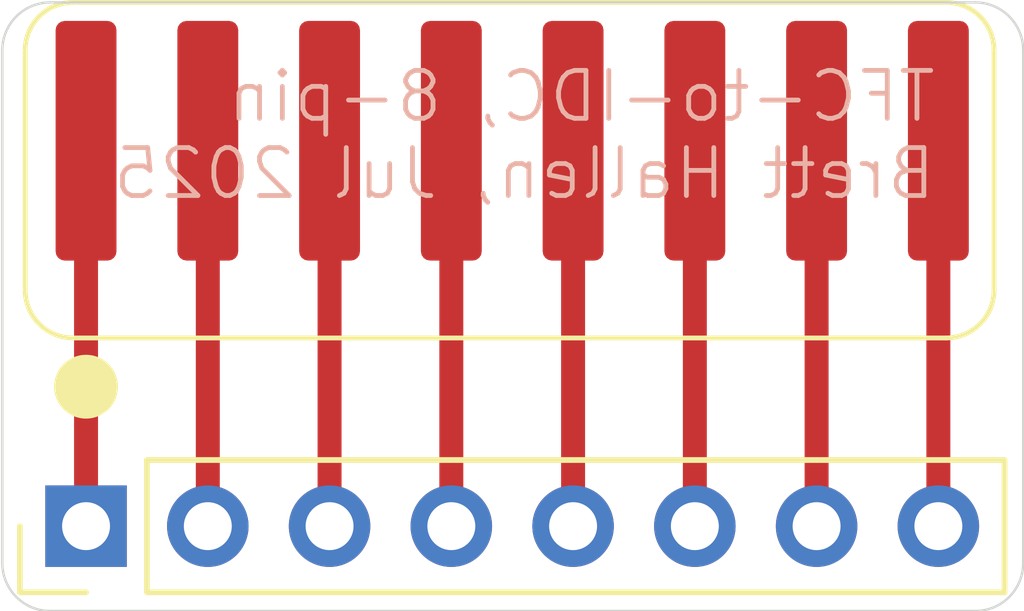
<source format=kicad_pcb>
(kicad_pcb (version 20241229) (generator "pcbnew") (generator_version "9.0")
  (title_block (title "TFC 8-pin to IDC") (date "27/Jul/2025") (rev "WIP") (company "Brett Hallen") (comment 1 "www.youtube.com/@Brfff"))
  (layers (0 "F.Cu" signal) (2 "B.Cu" signal) (13 "F.Paste" user) (15 "B.Paste" user) (5 "F.SilkS" user "F.Silkscreen") (7 "B.SilkS" user "B.Silkscreen") (1 "F.Mask" user) (3 "B.Mask" user) (25 "Edge.Cuts" user))
  (net 0 "")
  (net 1 "Net-(J1-Pin_5)")
  (net 2 "Net-(J1-Pin_3)")
  (net 3 "Net-(J1-Pin_6)")
  (net 4 "Net-(J1-Pin_8)")
  (net 5 "Net-(J1-Pin_7)")
  (net 6 "Net-(J1-Pin_2)")
  (net 7 "Net-(J1-Pin_4)")
  (net 8 "Net-(J1-Pin_1)")
  (footprint "Connector_PinHeader_2.54mm:PinHeader_1x08_P2.54mm_Vertical" (layer "F.Cu") (at 74.93 65.19 90)
    (property "Reference" "J2" (hide yes))
    (property "Value" "IDC" (hide yes))
    (fp_line (start -1.38 -1.38) (end 0 -1.38) (stroke (width 0.12)) (layer "F.SilkS"))
    (fp_line (start -1.38 0) (end -1.38 -1.38) (stroke (width 0.12)) (layer "F.SilkS"))
    (fp_line (start 1.38 1.27) (end 1.38 19.16) (stroke (width 0.12)) (layer "F.SilkS"))
    (fp_line (start -1.38 1.27) (end 1.38 1.27) (stroke (width 0.12)) (layer "F.SilkS"))
    (fp_line (start -1.38 1.27) (end -1.38 19.16) (stroke (width 0.12)) (layer "F.SilkS"))
    (fp_line (start -1.38 19.16) (end 1.38 19.16) (stroke (width 0.12)) (layer "F.SilkS"))
    (pad "1" thru_hole rect (at 0 0 90) (size 1.7 1.7) (drill 1) (layers "*.Cu" "*.Mask") (net 8 "Net-(J1-Pin_1)"))
    (pad "2" thru_hole circle (at 0 2.54 90) (size 1.7 1.7) (drill 1) (layers "*.Cu" "*.Mask") (net 6 "Net-(J1-Pin_2)"))
    (pad "3" thru_hole circle (at 0 5.08 90) (size 1.7 1.7) (drill 1) (layers "*.Cu" "*.Mask") (net 2 "Net-(J1-Pin_3)"))
    (pad "4" thru_hole circle (at 0 7.62 90) (size 1.7 1.7) (drill 1) (layers "*.Cu" "*.Mask") (net 7 "Net-(J1-Pin_4)"))
    (pad "5" thru_hole circle (at 0 10.16 90) (size 1.7 1.7) (drill 1) (layers "*.Cu" "*.Mask") (net 1 "Net-(J1-Pin_5)"))
    (pad "6" thru_hole circle (at 0 12.7 90) (size 1.7 1.7) (drill 1) (layers "*.Cu" "*.Mask") (net 3 "Net-(J1-Pin_6)"))
    (pad "7" thru_hole circle (at 0 15.24 90) (size 1.7 1.7) (drill 1) (layers "*.Cu" "*.Mask") (net 5 "Net-(J1-Pin_7)"))
    (pad "8" thru_hole circle (at 0 17.78 90) (size 1.7 1.7) (drill 1) (layers "*.Cu" "*.Mask") (net 4 "Net-(J1-Pin_8)"))
  )
  (footprint "Clueless_Engineer:TFC_8-pin" (layer "F.Cu") (at 83.82 57.15)
    (property "Reference" "J1" (hide yes))
    (property "Value" "TFC" (hide yes))
    (fp_line (start -10.16 3.113909) (end -10.16 -1.886091) (stroke (width 0.1)) (layer "F.SilkS"))
    (fp_line (start -9.16 -2.886091) (end 9.0517 -2.886091) (stroke (width 0.1)) (layer "F.SilkS"))
    (fp_line (start 9.0517 4.113909) (end -9.16 4.113909) (stroke (width 0.1)) (layer "F.SilkS"))
    (fp_line (start 10.0517 -1.886091) (end 10.0517 3.113909) (stroke (width 0.1)) (layer "F.SilkS"))
    (fp_arc (start -10.16 -1.886091) (mid -9.867107 -2.593198) (end -9.16 -2.886091) (stroke (width 0.1)) (layer "F.SilkS"))
    (fp_arc (start -9.16 4.113909) (mid -9.867107 3.821016) (end -10.16 3.113909) (stroke (width 0.1)) (layer "F.SilkS"))
    (fp_arc (start 9.0517 -2.886091) (mid 9.758804 -2.593197) (end 10.0517 -1.886091) (stroke (width 0.1)) (layer "F.SilkS"))
    (fp_arc (start 10.0517 3.113909) (mid 9.758804 3.82101) (end 9.0517 4.113909) (stroke (width 0.1)) (layer "F.SilkS"))
    (pad "1" connect roundrect (at -8.89 0 180) (size 1.27 5) (layers "F.Cu" "F.Mask") (roundrect_rratio 0.15) (net 8 "Net-(J1-Pin_1)"))
    (pad "2" connect roundrect (at -6.35 0 180) (size 1.27 5) (layers "F.Cu" "F.Mask") (roundrect_rratio 0.15) (net 6 "Net-(J1-Pin_2)"))
    (pad "3" connect roundrect (at -3.81 0 180) (size 1.27 5) (layers "F.Cu" "F.Mask") (roundrect_rratio 0.15) (net 2 "Net-(J1-Pin_3)"))
    (pad "4" connect roundrect (at -1.27 0 180) (size 1.27 5) (layers "F.Cu" "F.Mask") (roundrect_rratio 0.15) (net 7 "Net-(J1-Pin_4)"))
    (pad "5" connect roundrect (at 1.27 0 180) (size 1.27 5) (layers "F.Cu" "F.Mask") (roundrect_rratio 0.15) (net 1 "Net-(J1-Pin_5)"))
    (pad "6" connect roundrect (at 3.81 0 180) (size 1.27 5) (layers "F.Cu" "F.Mask") (roundrect_rratio 0.15) (net 3 "Net-(J1-Pin_6)"))
    (pad "7" connect roundrect (at 6.35 0 180) (size 1.27 5) (layers "F.Cu" "F.Mask") (roundrect_rratio 0.15) (net 5 "Net-(J1-Pin_7)"))
    (pad "8" connect roundrect (at 8.89 0 180) (size 1.27 5) (layers "F.Cu" "F.Mask") (roundrect_rratio 0.15) (net 4 "Net-(J1-Pin_8)"))
  )
  (gr_circle (center 74.93 62.280817) (end 75.530484 62.415908) (stroke (width 0.1)) (fill yes) (layer "F.SilkS"))
  (gr_arc (start 74.183107 66.96) (mid 73.475996 66.667109) (end 73.183107 65.96) (stroke (width 0.05)) (layer "Edge.Cuts"))
  (gr_arc (start 73.183107 55.263909) (mid 73.476 54.556802) (end 74.183107 54.263909) (stroke (width 0.05)) (layer "Edge.Cuts"))
  (gr_line (start 74.183107 54.263909) (end 93.48 54.263909) (stroke (width 0.05)) (layer "Edge.Cuts"))
  (gr_arc (start 94.48 65.96) (mid 94.187107 66.667107) (end 93.48 66.96) (stroke (width 0.05)) (layer "Edge.Cuts"))
  (gr_line (start 73.183107 65.96) (end 73.183107 55.263909) (stroke (width 0.05)) (layer "Edge.Cuts"))
  (gr_line (start 94.48 55.263909) (end 94.48 65.96) (stroke (width 0.05)) (layer "Edge.Cuts"))
  (gr_line (start 93.48 66.96) (end 74.183107 66.96) (stroke (width 0.05)) (layer "Edge.Cuts"))
  (gr_arc (start 93.48 54.263909) (mid 94.187104 54.556803) (end 94.48 55.263909) (stroke (width 0.05)) (layer "Edge.Cuts"))
  (gr_text "TFC-to-IDC, 8-pin\nBrett Hallen, Jul 2025" (at 92.71 58.42 0) (layer "B.SilkS") (effects (font (size 1 1) (thickness 0.1)) (justify left bottom mirror)))
  (segment (start 85.09 57.15) (end 85.09 65.19) (width 0.5) (layer "F.Cu") (net 1))
  (segment (start 80.01 57.15) (end 80.01 65.19) (width 0.5) (layer "F.Cu") (net 2))
  (segment (start 87.63 65.19) (end 87.63 57.15) (width 0.5) (layer "F.Cu") (net 3))
  (segment (start 92.71 65.19) (end 92.71 57.15) (width 0.5) (layer "F.Cu") (net 4))
  (segment (start 90.17 57.15) (end 90.17 65.19) (width 0.5) (layer "F.Cu") (net 5))
  (segment (start 77.47 65.19) (end 77.47 57.15) (width 0.5) (layer "F.Cu") (net 6))
  (segment (start 82.55 65.19) (end 82.55 57.15) (width 0.5) (layer "F.Cu") (net 7))
  (segment (start 74.93 57.15) (end 74.93 65.19) (width 0.5) (layer "F.Cu") (net 8))
)
</source>
